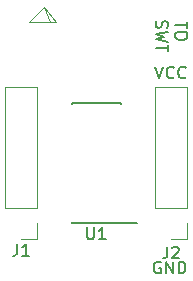
<source format=gbr>
%TF.GenerationSoftware,KiCad,Pcbnew,(5.1.10)-1*%
%TF.CreationDate,2021-09-07T19:43:19+10:00*%
%TF.ProjectId,BasicSwitchBO-logic,42617369-6353-4776-9974-6368424f2d6c,rev?*%
%TF.SameCoordinates,Original*%
%TF.FileFunction,Legend,Top*%
%TF.FilePolarity,Positive*%
%FSLAX46Y46*%
G04 Gerber Fmt 4.6, Leading zero omitted, Abs format (unit mm)*
G04 Created by KiCad (PCBNEW (5.1.10)-1) date 2021-09-07 19:43:19*
%MOMM*%
%LPD*%
G01*
G04 APERTURE LIST*
%ADD10C,0.120000*%
%ADD11C,0.150000*%
G04 APERTURE END LIST*
D10*
X168910000Y-92202000D02*
X169418000Y-93472000D01*
X169926000Y-93472000D02*
X167640000Y-93472000D01*
X168910000Y-92202000D02*
X169926000Y-93472000D01*
X167640000Y-93472000D02*
X168910000Y-92202000D01*
D11*
X181077619Y-93424523D02*
X181077619Y-93995952D01*
X180077619Y-93710238D02*
X181077619Y-93710238D01*
X181077619Y-94519761D02*
X181077619Y-94710238D01*
X181030000Y-94805476D01*
X180934761Y-94900714D01*
X180744285Y-94948333D01*
X180410952Y-94948333D01*
X180220476Y-94900714D01*
X180125238Y-94805476D01*
X180077619Y-94710238D01*
X180077619Y-94519761D01*
X180125238Y-94424523D01*
X180220476Y-94329285D01*
X180410952Y-94281666D01*
X180744285Y-94281666D01*
X180934761Y-94329285D01*
X181030000Y-94424523D01*
X181077619Y-94519761D01*
X178475238Y-93376904D02*
X178427619Y-93519761D01*
X178427619Y-93757857D01*
X178475238Y-93853095D01*
X178522857Y-93900714D01*
X178618095Y-93948333D01*
X178713333Y-93948333D01*
X178808571Y-93900714D01*
X178856190Y-93853095D01*
X178903809Y-93757857D01*
X178951428Y-93567380D01*
X178999047Y-93472142D01*
X179046666Y-93424523D01*
X179141904Y-93376904D01*
X179237142Y-93376904D01*
X179332380Y-93424523D01*
X179380000Y-93472142D01*
X179427619Y-93567380D01*
X179427619Y-93805476D01*
X179380000Y-93948333D01*
X179427619Y-94281666D02*
X178427619Y-94519761D01*
X179141904Y-94710238D01*
X178427619Y-94900714D01*
X179427619Y-95138809D01*
X179427619Y-95376904D02*
X179427619Y-95948333D01*
X178427619Y-95662619D02*
X179427619Y-95662619D01*
X178816095Y-113800000D02*
X178720857Y-113752380D01*
X178578000Y-113752380D01*
X178435142Y-113800000D01*
X178339904Y-113895238D01*
X178292285Y-113990476D01*
X178244666Y-114180952D01*
X178244666Y-114323809D01*
X178292285Y-114514285D01*
X178339904Y-114609523D01*
X178435142Y-114704761D01*
X178578000Y-114752380D01*
X178673238Y-114752380D01*
X178816095Y-114704761D01*
X178863714Y-114657142D01*
X178863714Y-114323809D01*
X178673238Y-114323809D01*
X179292285Y-114752380D02*
X179292285Y-113752380D01*
X179863714Y-114752380D01*
X179863714Y-113752380D01*
X180339904Y-114752380D02*
X180339904Y-113752380D01*
X180578000Y-113752380D01*
X180720857Y-113800000D01*
X180816095Y-113895238D01*
X180863714Y-113990476D01*
X180911333Y-114180952D01*
X180911333Y-114323809D01*
X180863714Y-114514285D01*
X180816095Y-114609523D01*
X180720857Y-114704761D01*
X180578000Y-114752380D01*
X180339904Y-114752380D01*
X178371666Y-97242380D02*
X178705000Y-98242380D01*
X179038333Y-97242380D01*
X179943095Y-98147142D02*
X179895476Y-98194761D01*
X179752619Y-98242380D01*
X179657380Y-98242380D01*
X179514523Y-98194761D01*
X179419285Y-98099523D01*
X179371666Y-98004285D01*
X179324047Y-97813809D01*
X179324047Y-97670952D01*
X179371666Y-97480476D01*
X179419285Y-97385238D01*
X179514523Y-97290000D01*
X179657380Y-97242380D01*
X179752619Y-97242380D01*
X179895476Y-97290000D01*
X179943095Y-97337619D01*
X180943095Y-98147142D02*
X180895476Y-98194761D01*
X180752619Y-98242380D01*
X180657380Y-98242380D01*
X180514523Y-98194761D01*
X180419285Y-98099523D01*
X180371666Y-98004285D01*
X180324047Y-97813809D01*
X180324047Y-97670952D01*
X180371666Y-97480476D01*
X180419285Y-97385238D01*
X180514523Y-97290000D01*
X180657380Y-97242380D01*
X180752619Y-97242380D01*
X180895476Y-97290000D01*
X180943095Y-97337619D01*
%TO.C,U1*%
X175430000Y-110460000D02*
X176805000Y-110460000D01*
X175430000Y-100335000D02*
X171280000Y-100335000D01*
X175430000Y-110485000D02*
X171280000Y-110485000D01*
X175430000Y-100335000D02*
X175430000Y-100440000D01*
X171280000Y-100335000D02*
X171280000Y-100440000D01*
X171280000Y-110485000D02*
X171280000Y-110380000D01*
X175430000Y-110485000D02*
X175430000Y-110460000D01*
D10*
%TO.C,J2*%
X181035000Y-111820000D02*
X179705000Y-111820000D01*
X181035000Y-110490000D02*
X181035000Y-111820000D01*
X181035000Y-109220000D02*
X178375000Y-109220000D01*
X178375000Y-109220000D02*
X178375000Y-99000000D01*
X181035000Y-109220000D02*
X181035000Y-99000000D01*
X181035000Y-99000000D02*
X178375000Y-99000000D01*
%TO.C,J1*%
X168335000Y-111820000D02*
X167005000Y-111820000D01*
X168335000Y-110490000D02*
X168335000Y-111820000D01*
X168335000Y-109220000D02*
X165675000Y-109220000D01*
X165675000Y-109220000D02*
X165675000Y-99000000D01*
X168335000Y-109220000D02*
X168335000Y-99000000D01*
X168335000Y-99000000D02*
X165675000Y-99000000D01*
%TO.C,U1*%
D11*
X172593095Y-110862380D02*
X172593095Y-111671904D01*
X172640714Y-111767142D01*
X172688333Y-111814761D01*
X172783571Y-111862380D01*
X172974047Y-111862380D01*
X173069285Y-111814761D01*
X173116904Y-111767142D01*
X173164523Y-111671904D01*
X173164523Y-110862380D01*
X174164523Y-111862380D02*
X173593095Y-111862380D01*
X173878809Y-111862380D02*
X173878809Y-110862380D01*
X173783571Y-111005238D01*
X173688333Y-111100476D01*
X173593095Y-111148095D01*
%TO.C,J2*%
X179371666Y-112482380D02*
X179371666Y-113196666D01*
X179324047Y-113339523D01*
X179228809Y-113434761D01*
X179085952Y-113482380D01*
X178990714Y-113482380D01*
X179800238Y-112577619D02*
X179847857Y-112530000D01*
X179943095Y-112482380D01*
X180181190Y-112482380D01*
X180276428Y-112530000D01*
X180324047Y-112577619D01*
X180371666Y-112672857D01*
X180371666Y-112768095D01*
X180324047Y-112910952D01*
X179752619Y-113482380D01*
X180371666Y-113482380D01*
%TO.C,J1*%
X166671666Y-112272380D02*
X166671666Y-112986666D01*
X166624047Y-113129523D01*
X166528809Y-113224761D01*
X166385952Y-113272380D01*
X166290714Y-113272380D01*
X167671666Y-113272380D02*
X167100238Y-113272380D01*
X167385952Y-113272380D02*
X167385952Y-112272380D01*
X167290714Y-112415238D01*
X167195476Y-112510476D01*
X167100238Y-112558095D01*
%TD*%
M02*

</source>
